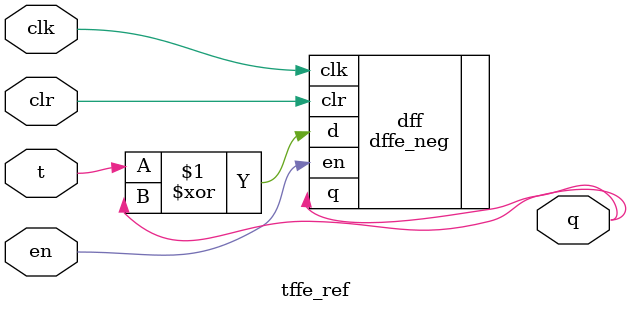
<source format=v>
module tffe_ref(q, t, clk, en, clr);
   
	//Inputs
	input t, clk, en, clr;

	//Output
    output q;

	dffe_neg dff(.q(q), .d(t ^ q), .clk(clk), .en(en), .clr(clr));

endmodule
</source>
